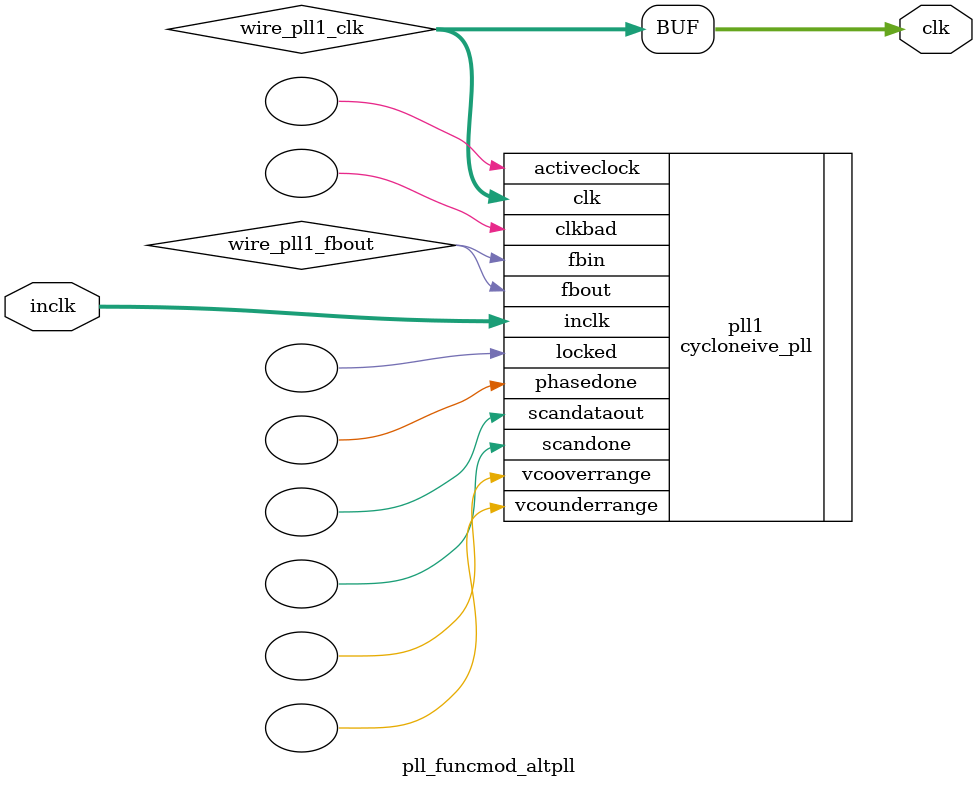
<source format=v>






//synthesis_resources = cycloneive_pll 1 
//synopsys translate_off
`timescale 1 ps / 1 ps
//synopsys translate_on
module  pll_funcmod_altpll
	( 
	clk,
	inclk) /* synthesis synthesis_clearbox=1 */;
	output   [4:0]  clk;
	input   [1:0]  inclk;
`ifndef ALTERA_RESERVED_QIS
// synopsys translate_off
`endif
	tri0   [1:0]  inclk;
`ifndef ALTERA_RESERVED_QIS
// synopsys translate_on
`endif

	wire  [4:0]   wire_pll1_clk;
	wire  wire_pll1_fbout;

	cycloneive_pll   pll1
	( 
	.activeclock(),
	.clk(wire_pll1_clk),
	.clkbad(),
	.fbin(wire_pll1_fbout),
	.fbout(wire_pll1_fbout),
	.inclk(inclk),
	.locked(),
	.phasedone(),
	.scandataout(),
	.scandone(),
	.vcooverrange(),
	.vcounderrange()
	`ifndef FORMAL_VERIFICATION
	// synopsys translate_off
	`endif
	,
	.areset(1'b0),
	.clkswitch(1'b0),
	.configupdate(1'b0),
	.pfdena(1'b1),
	.phasecounterselect({3{1'b0}}),
	.phasestep(1'b0),
	.phaseupdown(1'b0),
	.scanclk(1'b0),
	.scanclkena(1'b1),
	.scandata(1'b0)
	`ifndef FORMAL_VERIFICATION
	// synopsys translate_on
	`endif
	);
	defparam
		pll1.bandwidth_type = "auto",
		pll1.clk0_divide_by = 10,
		pll1.clk0_duty_cycle = 50,
		pll1.clk0_multiply_by = 13,
		pll1.clk0_phase_shift = "0",
		pll1.compensate_clock = "clk0",
		pll1.inclk0_input_frequency = 20000,
		pll1.operation_mode = "normal",
		pll1.pll_type = "auto",
		pll1.lpm_type = "cycloneive_pll";
	assign
		clk = {wire_pll1_clk[4:0]};
endmodule //pll_funcmod_altpll
//VALID FILE

</source>
